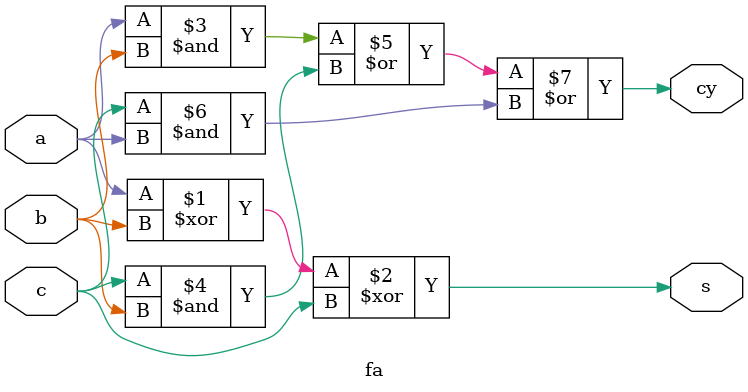
<source format=v>
module fa(a,b,c,s,cy);
input a,b,c;
output s,cy;
assign s=a^b^c;
assign cy=(a&b)|(c&b)|(c&a);
endmodule

</source>
